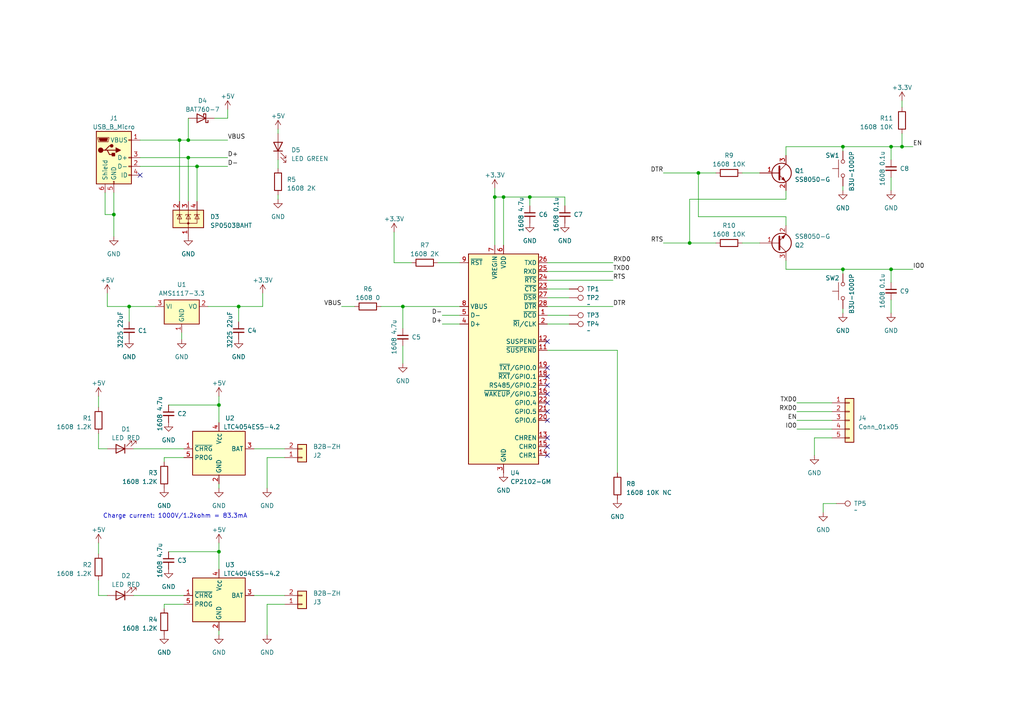
<source format=kicad_sch>
(kicad_sch (version 20230121) (generator eeschema)
  (paper "A4")
  (lib_symbols
    (symbol "Battery_Management:LTC4054ES5-4.2"
      (property "Reference" "U" (at -5.842 6.604 0))
      (property "Value" "LTC4054ES5-4.2" (at 1.524 6.604 0))
      (symbol "LTC4054ES5-4.2_0_1"
        (rectangle (start -7.62 5.08) (end 7.62 -7.62) (stroke (width 0.254)) (fill (type background)))
      )
      (symbol "LTC4054ES5-4.2_1_1"
        (pin open_collector line (at -10.16 0 0) (length 2.54) (name "~{CHRG}") (number "1"))
        (pin power_in line (at 0 -10.16 90) (length 2.54) (name "GND") (number "2"))
        (pin power_out line (at 10.16 0 180) (length 2.54) (name "BAT") (number "3"))
        (pin power_in line (at 0 7.62 270) (length 2.54) (name "V_{CC}") (number "4"))
        (pin bidirectional line (at -10.16 -2.54 0) (length 2.54) (name "PROG") (number "5"))
      )
    )
    (symbol "Connector:TestPoint" (pin_numbers hide) (pin_names (offset 0.762) hide)
      (property "Reference" "TP" (at 0 6.858 0))
      (property "Value" "TestPoint" (at 0 5.08 0))
      (symbol "TestPoint_0_1"
        (circle (center 0 3.302) (radius 0.762))
      )
      (symbol "TestPoint_1_1"
        (pin passive line (at 0 0 90) (length 2.54) (name "1") (number "1"))
      )
    )
    (symbol "Connector:USB_B_Micro" (pin_names (offset 1.016))
      (property "Reference" "J" (at -5.08 11.43 0))
      (property "Value" "USB_B_Micro" (at -5.08 8.89 0))
      (symbol "USB_B_Micro_0_1"
        (rectangle (start -5.08 -7.62) (end 5.08 7.62) (stroke (width 0.254)) (fill (type background)))
        (circle (center -3.81 2.159) (radius 0.635) (stroke (width 0.254)) (fill (type outline)))
        (circle (center -0.635 3.429) (radius 0.381) (stroke (width 0.254)) (fill (type outline)))
        (rectangle (start -0.127 -7.62) (end 0.127 -6.858))
        (polyline (pts (xy -1.905 2.159) (xy 0.635 2.159)) (stroke (width 0.254)))
        (polyline (pts (xy -3.175 2.159) (xy -2.54 2.159) (xy -1.27 3.429) (xy -0.635 3.429)) (stroke (width 0.254)))
        (polyline (pts (xy -2.54 2.159) (xy -1.905 2.159) (xy -1.27 0.889) (xy 0 0.889)) (stroke (width 0.254)))
        (polyline (pts (xy 0.635 2.794) (xy 0.635 1.524) (xy 1.905 2.159) (xy 0.635 2.794)) (stroke (width 0.254)) (fill (type outline)))
        (polyline (pts (xy -4.318 5.588) (xy -1.778 5.588) (xy -2.032 4.826) (xy -4.064 4.826) (xy -4.318 5.588)) (fill (type outline)))
        (polyline (pts (xy -4.699 5.842) (xy -4.699 5.588) (xy -4.445 4.826) (xy -4.445 4.572) (xy -1.651 4.572) (xy -1.651 4.826) (xy -1.397 5.588) (xy -1.397 5.842) (xy -4.699 5.842)))
        (rectangle (start 0.254 1.27) (end -0.508 0.508) (stroke (width 0.254)) (fill (type outline)))
        (rectangle (start 5.08 -5.207) (end 4.318 -4.953))
        (rectangle (start 5.08 -2.667) (end 4.318 -2.413))
        (rectangle (start 5.08 -0.127) (end 4.318 0.127))
        (rectangle (start 5.08 4.953) (end 4.318 5.207))
      )
      (symbol "USB_B_Micro_1_1"
        (pin power_out line (at 7.62 5.08 180) (length 2.54) (name "VBUS") (number "1"))
        (pin bidirectional line (at 7.62 -2.54 180) (length 2.54) (name "D-") (number "2"))
        (pin bidirectional line (at 7.62 0 180) (length 2.54) (name "D+") (number "3"))
        (pin passive line (at 7.62 -5.08 180) (length 2.54) (name "ID") (number "4"))
        (pin power_out line (at 0 -10.16 90) (length 2.54) (name "GND") (number "5"))
        (pin passive line (at -2.54 -10.16 90) (length 2.54) (name "Shield") (number "6"))
      )
    )
    (symbol "Connector_Generic:Conn_01x02" (pin_names (offset 1.016) hide)
      (property "Reference" "J" (at 0 2.54 0))
      (property "Value" "Conn_01x02" (at 0 -5.08 0))
      (symbol "Conn_01x02_1_1"
        (rectangle (start -1.27 -2.413) (end 0 -2.667) (stroke (width 0.1524)))
        (rectangle (start -1.27 0.127) (end 0 -0.127) (stroke (width 0.1524)))
        (rectangle (start -1.27 1.27) (end 1.27 -3.81) (stroke (width 0.254)) (fill (type background)))
        (pin passive line (at -5.08 0 0) (length 3.81) (name "Pin_1") (number "1"))
        (pin passive line (at -5.08 -2.54 0) (length 3.81) (name "Pin_2") (number "2"))
      )
    )
    (symbol "Connector_Generic:Conn_01x05" (pin_names (offset 1.016) hide)
      (property "Reference" "J" (at 0 7.62 0))
      (property "Value" "Conn_01x05" (at 0 -7.62 0))
      (symbol "Conn_01x05_1_1"
        (rectangle (start -1.27 -4.953) (end 0 -5.207) (stroke (width 0.1524)))
        (rectangle (start -1.27 -2.413) (end 0 -2.667) (stroke (width 0.1524)))
        (rectangle (start -1.27 0.127) (end 0 -0.127) (stroke (width 0.1524)))
        (rectangle (start -1.27 2.667) (end 0 2.413) (stroke (width 0.1524)))
        (rectangle (start -1.27 5.207) (end 0 4.953) (stroke (width 0.1524)))
        (rectangle (start -1.27 6.35) (end 1.27 -6.35) (stroke (width 0.254)) (fill (type background)))
        (pin passive line (at -5.08 5.08 0) (length 3.81) (name "Pin_1") (number "1"))
        (pin passive line (at -5.08 2.54 0) (length 3.81) (name "Pin_2") (number "2"))
        (pin passive line (at -5.08 0 0) (length 3.81) (name "Pin_3") (number "3"))
        (pin passive line (at -5.08 -2.54 0) (length 3.81) (name "Pin_4") (number "4"))
        (pin passive line (at -5.08 -5.08 0) (length 3.81) (name "Pin_5") (number "5"))
      )
    )
    (symbol "Device:C_Small" (pin_numbers hide) (pin_names (offset 0.254) hide)
      (property "Reference" "C" (at 0.254 1.778 0))
      (property "Value" "C_Small" (at 0.254 -2.032 0))
      (symbol "C_Small_0_1"
        (polyline (pts (xy -1.524 -0.508) (xy 1.524 -0.508)) (stroke (width 0.3302)))
        (polyline (pts (xy -1.524 0.508) (xy 1.524 0.508)) (stroke (width 0.3048)))
      )
      (symbol "C_Small_1_1"
        (pin passive line (at 0 2.54 270) (length 2.032) (name "~") (number "1"))
        (pin passive line (at 0 -2.54 90) (length 2.032) (name "~") (number "2"))
      )
    )
    (symbol "Device:D_Schottky" (pin_numbers hide) (pin_names (offset 1.016) hide)
      (property "Reference" "D" (at 0 2.54 0))
      (property "Value" "D_Schottky" (at 0 -2.54 0))
      (symbol "D_Schottky_0_1"
        (polyline (pts (xy 1.27 0) (xy -1.27 0)))
        (polyline (pts (xy 1.27 1.27) (xy 1.27 -1.27) (xy -1.27 0) (xy 1.27 1.27)) (stroke (width 0.254)))
        (polyline (pts (xy -1.905 0.635) (xy -1.905 1.27) (xy -1.27 1.27) (xy -1.27 -1.27) (xy -0.635 -1.27) (xy -0.635 -0.635)) (stroke (width 0.254)))
      )
      (symbol "D_Schottky_1_1"
        (pin passive line (at -3.81 0 0) (length 2.54) (name "K") (number "1"))
        (pin passive line (at 3.81 0 180) (length 2.54) (name "A") (number "2"))
      )
    )
    (symbol "Device:LED" (pin_numbers hide) (pin_names (offset 1.016) hide)
      (property "Reference" "D" (at 0 2.54 0))
      (property "Value" "LED" (at 0 -2.54 0))
      (symbol "LED_0_1"
        (polyline (pts (xy -1.27 -1.27) (xy -1.27 1.27)) (stroke (width 0.254)))
        (polyline (pts (xy -1.27 0) (xy 1.27 0)))
        (polyline (pts (xy 1.27 -1.27) (xy 1.27 1.27) (xy -1.27 0) (xy 1.27 -1.27)) (stroke (width 0.254)))
        (polyline (pts (xy -3.048 -0.762) (xy -4.572 -2.286) (xy -3.81 -2.286) (xy -4.572 -2.286) (xy -4.572 -1.524)))
        (polyline (pts (xy -1.778 -0.762) (xy -3.302 -2.286) (xy -2.54 -2.286) (xy -3.302 -2.286) (xy -3.302 -1.524)))
      )
      (symbol "LED_1_1"
        (pin passive line (at -3.81 0 0) (length 2.54) (name "K") (number "1"))
        (pin passive line (at 3.81 0 180) (length 2.54) (name "A") (number "2"))
      )
    )
    (symbol "Device:Q_NPN_BEC" (pin_names (offset 0) hide)
      (property "Reference" "Q" (at 5.08 1.27 0))
      (property "Value" "Q_NPN_BEC" (at 5.08 -1.27 0))
      (symbol "Q_NPN_BEC_0_1"
        (polyline (pts (xy 0.635 0.635) (xy 2.54 2.54)))
        (polyline (pts (xy 0.635 -0.635) (xy 2.54 -2.54) (xy 2.54 -2.54)))
        (polyline (pts (xy 0.635 1.905) (xy 0.635 -1.905) (xy 0.635 -1.905)) (stroke (width 0.508)))
        (polyline (pts (xy 1.27 -1.778) (xy 1.778 -1.27) (xy 2.286 -2.286) (xy 1.27 -1.778) (xy 1.27 -1.778)) (fill (type outline)))
        (circle (center 1.27 0) (radius 2.8194) (stroke (width 0.254)))
      )
      (symbol "Q_NPN_BEC_1_1"
        (pin input line (at -5.08 0 0) (length 5.715) (name "B") (number "1"))
        (pin passive line (at 2.54 -5.08 90) (length 2.54) (name "E") (number "2"))
        (pin passive line (at 2.54 5.08 270) (length 2.54) (name "C") (number "3"))
      )
    )
    (symbol "Device:R" (pin_numbers hide) (pin_names (offset 0))
      (property "Reference" "R" (at 2.032 0 90))
      (property "Value" "R" (at 0 0 90))
      (symbol "R_0_1"
        (rectangle (start -1.016 -2.54) (end 1.016 2.54) (stroke (width 0.254)))
      )
      (symbol "R_1_1"
        (pin passive line (at 0 3.81 270) (length 1.27) (name "~") (number "1"))
        (pin passive line (at 0 -3.81 90) (length 1.27) (name "~") (number "2"))
      )
    )
    (symbol "Interface_USB:CP2102N-Axx-xQFN28"
      (property "Reference" "U" (at -8.89 31.75 0))
      (property "Value" "CP2102N-Axx-xQFN28" (at 12.7 31.75 0))
      (symbol "CP2102N-Axx-xQFN28_0_1"
        (rectangle (start -10.16 30.48) (end 10.16 -30.48) (stroke (width 0.254)) (fill (type background)))
      )
      (symbol "CP2102N-Axx-xQFN28_1_1"
        (pin input line (at 12.7 12.7 180) (length 2.54) (name "~{DCD}") (number "1"))
        (pin no_connect line (at -10.16 -27.94 0) (length 2.54) hide (name "NC") (number "10"))
        (pin output line (at 12.7 2.54 180) (length 2.54) (name "~{SUSPEND}") (number "11"))
        (pin output line (at 12.7 5.08 180) (length 2.54) (name "SUSPEND") (number "12"))
        (pin output line (at 12.7 -22.86 180) (length 2.54) (name "CHREN") (number "13"))
        (pin output line (at 12.7 -27.94 180) (length 2.54) (name "CHR1") (number "14"))
        (pin output line (at 12.7 -25.4 180) (length 2.54) (name "CHR0") (number "15"))
        (pin bidirectional line (at 12.7 -10.16 180) (length 2.54) (name "~{WAKEUP}/GPIO.3") (number "16"))
        (pin bidirectional line (at 12.7 -7.62 180) (length 2.54) (name "RS485/GPIO.2") (number "17"))
        (pin bidirectional line (at 12.7 -5.08 180) (length 2.54) (name "~{RXT}/GPIO.1") (number "18"))
        (pin bidirectional line (at 12.7 -2.54 180) (length 2.54) (name "~{TXT}/GPIO.0") (number "19"))
        (pin bidirectional line (at 12.7 10.16 180) (length 2.54) (name "~{RI}/CLK") (number "2"))
        (pin bidirectional line (at 12.7 -17.78 180) (length 2.54) (name "GPIO.6") (number "20"))
        (pin bidirectional line (at 12.7 -15.24 180) (length 2.54) (name "GPIO.5") (number "21"))
        (pin bidirectional line (at 12.7 -12.7 180) (length 2.54) (name "GPIO.4") (number "22"))
        (pin input line (at 12.7 20.32 180) (length 2.54) (name "~{CTS}") (number "23"))
        (pin output line (at 12.7 22.86 180) (length 2.54) (name "~{RTS}") (number "24"))
        (pin input line (at 12.7 25.4 180) (length 2.54) (name "RXD") (number "25"))
        (pin output line (at 12.7 27.94 180) (length 2.54) (name "TXD") (number "26"))
        (pin input line (at 12.7 17.78 180) (length 2.54) (name "~{DSR}") (number "27"))
        (pin output line (at 12.7 15.24 180) (length 2.54) (name "~{DTR}") (number "28"))
        (pin passive line (at 0 -33.02 90) (length 2.54) hide (name "GND") (number "29"))
        (pin power_in line (at 0 -33.02 90) (length 2.54) (name "GND") (number "3"))
        (pin bidirectional line (at -12.7 10.16 0) (length 2.54) (name "D+") (number "4"))
        (pin bidirectional line (at -12.7 12.7 0) (length 2.54) (name "D-") (number "5"))
        (pin power_in line (at 0 33.02 270) (length 2.54) (name "VDD") (number "6"))
        (pin power_in line (at -2.54 33.02 270) (length 2.54) (name "VREGIN") (number "7"))
        (pin input line (at -12.7 15.24 0) (length 2.54) (name "VBUS") (number "8"))
        (pin input line (at -12.7 27.94 0) (length 2.54) (name "~{RST}") (number "9"))
      )
    )
    (symbol "Power_Protection:SP0503BAHT" (pin_names hide)
      (property "Reference" "D" (at 5.715 2.54 0))
      (property "Value" "SP0503BAHT" (at 5.715 0.635 0))
      (symbol "SP0503BAHT_0_0"
        (pin passive line (at 0 -5.08 90) (length 2.54) (name "A") (number "1"))
      )
      (symbol "SP0503BAHT_0_1"
        (rectangle (start -4.445 2.54) (end 4.445 -2.54) (stroke (width 0.254)) (fill (type background)))
        (circle (center 0 -1.27) (radius 0.254) (fill (type outline)))
        (polyline (pts (xy -2.54 2.54) (xy -2.54 1.27)))
        (polyline (pts (xy 0 -1.27) (xy 0 -2.54)))
        (polyline (pts (xy 0 -1.27) (xy 0 1.27)))
        (polyline (pts (xy 0 2.54) (xy 0 1.27)))
        (polyline (pts (xy 0.635 1.27) (xy 0.762 1.27)))
        (polyline (pts (xy 2.54 2.54) (xy 2.54 1.27)))
        (polyline (pts (xy 0.635 1.27) (xy -0.762 1.27) (xy -0.762 1.016)))
        (polyline (pts (xy -3.302 1.016) (xy -3.302 1.27) (xy -1.905 1.27) (xy -1.778 1.27)))
        (polyline (pts (xy -2.54 1.27) (xy -2.54 -1.27) (xy 2.54 -1.27) (xy 2.54 1.27)))
        (polyline (pts (xy -2.54 1.27) (xy -1.905 0) (xy -3.175 0) (xy -2.54 1.27)))
        (polyline (pts (xy 0.635 0) (xy -0.635 0) (xy 0 1.27) (xy 0.635 0)))
        (polyline (pts (xy 1.778 1.016) (xy 1.778 1.27) (xy 3.175 1.27) (xy 3.302 1.27)))
        (polyline (pts (xy 2.54 1.27) (xy 1.905 0) (xy 3.175 0) (xy 2.54 1.27)))
      )
      (symbol "SP0503BAHT_1_1"
        (pin passive line (at -2.54 5.08 270) (length 2.54) (name "K") (number "2"))
        (pin passive line (at 0 5.08 270) (length 2.54) (name "K") (number "3"))
        (pin passive line (at 2.54 5.08 270) (length 2.54) (name "K") (number "4"))
      )
    )
    (symbol "Regulator_Linear:AMS1117-3.3"
      (property "Reference" "U" (at -3.81 3.175 0))
      (property "Value" "AMS1117-3.3" (at 0 3.175 0))
      (symbol "AMS1117-3.3_0_1"
        (rectangle (start -5.08 -5.08) (end 5.08 1.905) (stroke (width 0.254)) (fill (type background)))
      )
      (symbol "AMS1117-3.3_1_1"
        (pin power_in line (at 0 -7.62 90) (length 2.54) (name "GND") (number "1"))
        (pin power_out line (at 7.62 0 180) (length 2.54) (name "VO") (number "2"))
        (pin power_in line (at -7.62 0 0) (length 2.54) (name "VI") (number "3"))
      )
    )
    (symbol "Switch:SW_Push" (pin_numbers hide) (pin_names (offset 1.016) hide)
      (property "Reference" "SW" (at 1.27 2.54 0))
      (property "Value" "SW_Push" (at 0 -1.524 0))
      (symbol "SW_Push_0_1"
        (circle (center -2.032 0) (radius 0.508))
        (polyline (pts (xy 0 1.27) (xy 0 3.048)))
        (polyline (pts (xy 2.54 1.27) (xy -2.54 1.27)))
        (circle (center 2.032 0) (radius 0.508))
        (pin passive line (at -5.08 0 0) (length 2.54) (name "1") (number "1"))
        (pin passive line (at 5.08 0 180) (length 2.54) (name "2") (number "2"))
      )
    )
    (symbol "power:+3.3V" (power) (pin_names (offset 0))
      (property "Value" "+3.3V" (at 0 3.556 0))
      (symbol "+3.3V_0_1"
        (polyline (pts (xy -0.762 1.27) (xy 0 2.54)))
        (polyline (pts (xy 0 0) (xy 0 2.54)))
        (polyline (pts (xy 0 2.54) (xy 0.762 1.27)))
      )
      (symbol "+3.3V_1_1"
        (pin power_in line (at 0 0 90) (length 0) hide (name "+3.3V") (number "1"))
      )
    )
    (symbol "power:+5V" (power) (pin_names (offset 0))
      (property "Value" "+5V" (at 0 3.556 0))
      (symbol "+5V_0_1"
        (polyline (pts (xy -0.762 1.27) (xy 0 2.54)))
        (polyline (pts (xy 0 0) (xy 0 2.54)))
        (polyline (pts (xy 0 2.54) (xy 0.762 1.27)))
      )
      (symbol "+5V_1_1"
        (pin power_in line (at 0 0 90) (length 0) hide (name "+5V") (number "1"))
      )
    )
    (symbol "power:GND" (power) (pin_names (offset 0))
      (property "Value" "GND" (at 0 -3.81 0))
      (symbol "GND_0_1"
        (polyline (pts (xy 0 0) (xy 0 -1.27) (xy 1.27 -1.27) (xy 0 -2.54) (xy -1.27 -1.27) (xy 0 -1.27)))
      )
      (symbol "GND_1_1"
        (pin power_in line (at 0 0 270) (length 0) hide (name "GND") (number "1"))
      )
    )
  )
  (junction (at 258.445 42.545))
  (junction (at 146.05 57.15))
  (junction (at 57.15 48.26))
  (junction (at 33.02 62.23))
  (junction (at 153.67 57.15))
  (junction (at 258.445 78.105))
  (junction (at 244.475 42.545))
  (junction (at 200.025 70.485))
  (junction (at 244.475 78.105))
  (junction (at 116.84 88.9))
  (junction (at 143.51 57.15))
  (junction (at 63.5 117.475))
  (junction (at 37.465 88.9))
  (junction (at 52.07 40.64))
  (junction (at 54.61 40.64))
  (junction (at 202.565 50.165))
  (junction (at 63.5 160.02))
  (junction (at 261.62 42.545))
  (junction (at 54.61 45.72))
  (junction (at 69.215 88.9))
  (no_connect (at 158.75 114.3))
  (no_connect (at 158.75 116.84))
  (no_connect (at 158.75 111.76))
  (no_connect (at 158.75 109.22))
  (no_connect (at 158.75 129.54))
  (no_connect (at 158.75 121.92))
  (no_connect (at 158.75 106.68))
  (no_connect (at 158.75 99.06))
  (no_connect (at 158.75 127))
  (no_connect (at 158.75 119.38))
  (no_connect (at 158.75 132.08))
  (no_connect (at 40.64 50.8))
  (wire (pts (xy 53.34 175.26) (xy 47.625 175.26)))
  (wire (pts (xy 48.895 160.02) (xy 63.5 160.02)))
  (wire (pts (xy 158.75 83.82) (xy 165.1 83.82)))
  (wire (pts (xy 244.475 42.545) (xy 244.475 43.815)))
  (wire (pts (xy 143.51 57.15) (xy 146.05 57.15)))
  (wire (pts (xy 114.3 67.31) (xy 114.3 76.2)))
  (wire (pts (xy 258.445 42.545) (xy 258.445 46.355)))
  (wire (pts (xy 231.14 121.92) (xy 241.3 121.92)))
  (wire (pts (xy 244.475 89.535) (xy 244.475 90.805)))
  (wire (pts (xy 57.15 48.26) (xy 66.04 48.26)))
  (wire (pts (xy 54.61 40.64) (xy 66.04 40.64)))
  (wire (pts (xy 261.62 38.735) (xy 261.62 42.545)))
  (wire (pts (xy 215.265 50.165) (xy 220.345 50.165)))
  (wire (pts (xy 28.575 114.935) (xy 28.575 118.11)))
  (wire (pts (xy 48.895 117.475) (xy 63.5 117.475)))
  (wire (pts (xy 153.67 57.15) (xy 163.83 57.15)))
  (wire (pts (xy 244.475 53.975) (xy 244.475 55.245)))
  (wire (pts (xy 158.75 78.74) (xy 177.8 78.74)))
  (wire (pts (xy 192.405 50.165) (xy 202.565 50.165)))
  (wire (pts (xy 143.51 57.15) (xy 143.51 71.12)))
  (wire (pts (xy 261.62 29.21) (xy 261.62 31.115)))
  (wire (pts (xy 77.47 175.26) (xy 82.55 175.26)))
  (wire (pts (xy 244.475 78.105) (xy 244.475 79.375)))
  (wire (pts (xy 77.47 132.715) (xy 82.55 132.715)))
  (wire (pts (xy 77.47 184.15) (xy 77.47 175.26)))
  (wire (pts (xy 231.14 116.84) (xy 241.3 116.84)))
  (wire (pts (xy 28.575 130.175) (xy 28.575 125.73)))
  (wire (pts (xy 158.75 88.9) (xy 177.8 88.9)))
  (wire (pts (xy 38.735 130.175) (xy 53.34 130.175)))
  (wire (pts (xy 227.965 62.865) (xy 227.965 65.405)))
  (wire (pts (xy 116.84 100.33) (xy 116.84 105.41)))
  (wire (pts (xy 215.265 70.485) (xy 220.345 70.485)))
  (wire (pts (xy 163.83 57.15) (xy 163.83 59.69)))
  (wire (pts (xy 80.645 46.355) (xy 80.645 48.895)))
  (wire (pts (xy 80.645 56.515) (xy 80.645 57.785)))
  (wire (pts (xy 128.27 93.98) (xy 133.35 93.98)))
  (wire (pts (xy 202.565 62.865) (xy 227.965 62.865)))
  (wire (pts (xy 28.575 172.72) (xy 28.575 168.275)))
  (wire (pts (xy 227.965 42.545) (xy 244.475 42.545)))
  (wire (pts (xy 236.22 132.08) (xy 236.22 127)))
  (wire (pts (xy 66.04 31.75) (xy 66.04 34.29)))
  (wire (pts (xy 261.62 42.545) (xy 264.795 42.545)))
  (wire (pts (xy 244.475 78.105) (xy 258.445 78.105)))
  (wire (pts (xy 80.645 37.465) (xy 80.645 38.735)))
  (wire (pts (xy 258.445 51.435) (xy 258.445 55.245)))
  (wire (pts (xy 258.445 78.105) (xy 264.795 78.105)))
  (wire (pts (xy 110.49 88.9) (xy 116.84 88.9)))
  (wire (pts (xy 231.14 119.38) (xy 241.3 119.38)))
  (wire (pts (xy 158.75 81.28) (xy 177.8 81.28)))
  (wire (pts (xy 227.965 78.105) (xy 244.475 78.105)))
  (wire (pts (xy 52.705 96.52) (xy 52.705 98.425)))
  (wire (pts (xy 116.84 88.9) (xy 133.35 88.9)))
  (wire (pts (xy 73.66 130.175) (xy 82.55 130.175)))
  (wire (pts (xy 238.76 148.59) (xy 238.76 146.05)))
  (wire (pts (xy 231.14 124.46) (xy 241.3 124.46)))
  (wire (pts (xy 244.475 42.545) (xy 258.445 42.545)))
  (wire (pts (xy 53.34 132.715) (xy 47.625 132.715)))
  (wire (pts (xy 116.84 88.9) (xy 116.84 95.25)))
  (wire (pts (xy 63.5 157.48) (xy 63.5 160.02)))
  (wire (pts (xy 158.75 86.36) (xy 165.1 86.36)))
  (wire (pts (xy 30.48 62.23) (xy 33.02 62.23)))
  (wire (pts (xy 40.64 45.72) (xy 54.61 45.72)))
  (wire (pts (xy 47.625 132.715) (xy 47.625 133.985)))
  (wire (pts (xy 31.115 85.09) (xy 31.115 88.9)))
  (wire (pts (xy 238.76 146.05) (xy 242.57 146.05)))
  (wire (pts (xy 158.75 101.6) (xy 179.07 101.6)))
  (wire (pts (xy 179.07 101.6) (xy 179.07 137.16)))
  (wire (pts (xy 28.575 157.48) (xy 28.575 160.655)))
  (wire (pts (xy 73.66 172.72) (xy 82.55 172.72)))
  (wire (pts (xy 63.5 160.02) (xy 63.5 165.1)))
  (wire (pts (xy 63.5 117.475) (xy 63.5 122.555)))
  (wire (pts (xy 202.565 50.165) (xy 207.645 50.165)))
  (wire (pts (xy 77.47 141.605) (xy 77.47 132.715)))
  (wire (pts (xy 54.61 45.72) (xy 66.04 45.72)))
  (wire (pts (xy 128.27 91.44) (xy 133.35 91.44)))
  (wire (pts (xy 31.115 172.72) (xy 28.575 172.72)))
  (wire (pts (xy 114.3 76.2) (xy 119.38 76.2)))
  (wire (pts (xy 40.64 48.26) (xy 57.15 48.26)))
  (wire (pts (xy 258.445 78.105) (xy 258.445 81.915)))
  (wire (pts (xy 99.06 88.9) (xy 102.87 88.9)))
  (wire (pts (xy 69.215 88.9) (xy 60.325 88.9)))
  (wire (pts (xy 200.025 70.485) (xy 207.645 70.485)))
  (wire (pts (xy 54.61 34.29) (xy 54.61 40.64)))
  (wire (pts (xy 158.75 93.98) (xy 165.1 93.98)))
  (wire (pts (xy 37.465 93.345) (xy 37.465 88.9)))
  (wire (pts (xy 227.965 75.565) (xy 227.965 78.105)))
  (wire (pts (xy 200.025 57.785) (xy 200.025 70.485)))
  (wire (pts (xy 143.51 54.61) (xy 143.51 57.15)))
  (wire (pts (xy 37.465 88.9) (xy 45.085 88.9)))
  (wire (pts (xy 153.67 57.15) (xy 153.67 59.69)))
  (wire (pts (xy 227.965 57.785) (xy 200.025 57.785)))
  (wire (pts (xy 52.07 40.64) (xy 40.64 40.64)))
  (wire (pts (xy 76.2 85.09) (xy 76.2 88.9)))
  (wire (pts (xy 202.565 50.165) (xy 202.565 62.865)))
  (wire (pts (xy 63.5 114.935) (xy 63.5 117.475)))
  (wire (pts (xy 227.965 45.085) (xy 227.965 42.545)))
  (wire (pts (xy 227.965 55.245) (xy 227.965 57.785)))
  (wire (pts (xy 52.07 58.42) (xy 52.07 40.64)))
  (wire (pts (xy 57.15 48.26) (xy 57.15 58.42)))
  (wire (pts (xy 158.75 76.2) (xy 177.8 76.2)))
  (wire (pts (xy 63.5 182.88) (xy 63.5 184.15)))
  (wire (pts (xy 52.07 40.64) (xy 54.61 40.64)))
  (wire (pts (xy 38.735 172.72) (xy 53.34 172.72)))
  (wire (pts (xy 30.48 55.88) (xy 30.48 62.23)))
  (wire (pts (xy 146.05 57.15) (xy 146.05 71.12)))
  (wire (pts (xy 258.445 42.545) (xy 261.62 42.545)))
  (wire (pts (xy 63.5 140.335) (xy 63.5 141.605)))
  (wire (pts (xy 31.115 130.175) (xy 28.575 130.175)))
  (wire (pts (xy 127 76.2) (xy 133.35 76.2)))
  (wire (pts (xy 146.05 57.15) (xy 153.67 57.15)))
  (wire (pts (xy 54.61 45.72) (xy 54.61 58.42)))
  (wire (pts (xy 31.115 88.9) (xy 37.465 88.9)))
  (wire (pts (xy 192.405 70.485) (xy 200.025 70.485)))
  (wire (pts (xy 158.75 91.44) (xy 165.1 91.44)))
  (wire (pts (xy 69.215 93.345) (xy 69.215 88.9)))
  (wire (pts (xy 69.215 88.9) (xy 76.2 88.9)))
  (wire (pts (xy 33.02 62.23) (xy 33.02 68.58)))
  (wire (pts (xy 258.445 86.995) (xy 258.445 90.805)))
  (wire (pts (xy 33.02 55.88) (xy 33.02 62.23)))
  (wire (pts (xy 236.22 127) (xy 241.3 127)))
  (wire (pts (xy 47.625 175.26) (xy 47.625 176.53)))
  (wire (pts (xy 66.04 34.29) (xy 62.23 34.29)))
  (text "Charge current: 1000V/1.2kohm = 83.3mA" (at 29.845 150.495 0) (effects (font (size 1.27 1.27)) (justify left bottom)))
  (label "EN" (at 231.14 121.92 180))
  (label "RTS" (at 192.405 70.485 180))
  (label "DTR" (at 177.8 88.9 0))
  (label "VBUS" (at 66.04 40.64 0))
  (label "VBUS" (at 99.06 88.9 180))
  (label "D-" (at 66.04 48.26 0))
  (label "D+" (at 128.27 93.98 180))
  (label "RXD0" (at 231.14 119.38 180))
  (label "DTR" (at 192.405 50.165 180))
  (label "EN" (at 264.795 42.545 0))
  (label "RTS" (at 177.8 81.28 0))
  (label "D+" (at 66.04 45.72 0))
  (label "TXD0" (at 177.8 78.74 0))
  (label "IO0" (at 264.795 78.105 0))
  (label "RXD0" (at 177.8 76.2 0))
  (label "TXD0" (at 231.14 116.84 180))
  (label "D-" (at 128.27 91.44 180))
  (label "IO0" (at 231.14 124.46 180))
  (symbol (lib_id "power:GND") (at 258.445 90.805 0) (unit 1)
    (property "Reference" "#PWR033" (effects hide))
    (property "Value" "GND" (at 258.445 95.885 0))
  )
  (symbol (lib_id "Device:C_Small") (at 163.83 62.23 0) (unit 1)
    (property "Reference" "C7" (at 166.37 62.23 0) (effects (justify left)))
    (property "Value" "1608 0.1u" (at 161.29 67.31 90) (effects (justify left)))
    (property "Footprint" "Capacitor_SMD:C_0603_1608Metric" (effects hide))
  )
  (symbol (lib_id "power:GND") (at 238.76 148.59 0) (unit 1)
    (property "Reference" "#PWR036" (effects hide))
    (property "Value" "GND" (at 238.76 153.67 0))
  )
  (symbol (lib_id "Device:R") (at 179.07 140.97 0) (unit 1)
    (property "Reference" "R8" (at 181.61 140.335 0) (effects (justify left)))
    (property "Value" "1608 10K NC" (at 181.61 142.875 0) (effects (justify left)))
    (property "Footprint" "Resistor_SMD:R_0603_1608Metric" (effects hide))
  )
  (symbol (lib_id "Device:R") (at 106.68 88.9 90) (unit 1)
    (property "Reference" "R6" (at 106.68 83.82 90))
    (property "Value" "1608 0" (at 106.68 86.36 90))
    (property "Footprint" "Resistor_SMD:R_0603_1608Metric" (effects hide))
  )
  (symbol (lib_id "power:GND") (at 52.705 98.425 0) (unit 1)
    (property "Reference" "#PWR010" (effects hide))
    (property "Value" "GND" (at 52.705 103.505 0))
  )
  (symbol (lib_id "Battery_Management:LTC4054ES5-4.2") (at 63.5 130.175 0) (unit 1)
    (property "Reference" "U2" (at 66.675 121.285 0))
    (property "Value" "LTC4054ES5-4.2" (at 73.025 123.825 0))
    (property "Footprint" "Package_TO_SOT_SMD:TSOT-23-5" (effects hide))
    (property "Datasheet" "https://www.analog.com/media/en/technical-documentation/data-sheets/405442xf.pdf" (effects hide))
  )
  (symbol (lib_id "Device:C_Small") (at 258.445 48.895 0) (unit 1)
    (property "Reference" "C8" (at 260.985 48.895 0) (effects (justify left)))
    (property "Value" "1608 0.1u" (at 255.905 53.975 90) (effects (justify left)))
    (property "Footprint" "Capacitor_SMD:C_0603_1608Metric" (effects hide))
  )
  (symbol (lib_id "Device:LED") (at 80.645 42.545 90) (unit 1)
    (property "Reference" "D5" (at 84.455 43.4975 90) (effects (justify right)))
    (property "Value" "LED GREEN" (at 84.455 46.0375 90) (effects (justify right)))
    (property "Footprint" "LED_SMD:LED_0603_1608Metric" (effects hide))
  )
  (symbol (lib_id "power:+5V") (at 28.575 157.48 0) (unit 1)
    (property "Reference" "#PWR02" (effects hide))
    (property "Value" "+5V" (at 28.575 153.67 0))
  )
  (symbol (lib_id "Device:R") (at 28.575 121.92 0) (mirror y) (unit 1)
    (property "Reference" "R1" (at 26.67 121.285 0) (effects (justify left)))
    (property "Value" "1608 1.2K" (at 26.67 123.825 0) (effects (justify left)))
    (property "Footprint" "Resistor_SMD:R_0603_1608Metric" (effects hide))
  )
  (symbol (lib_id "power:GND") (at 48.895 165.1 0) (unit 1)
    (property "Reference" "#PWR09" (effects hide))
    (property "Value" "GND" (at 48.895 170.18 0))
  )
  (symbol (lib_id "Device:R") (at 80.645 52.705 180) (unit 1)
    (property "Reference" "R5" (at 83.185 52.07 0) (effects (justify right)))
    (property "Value" "1608 2K" (at 83.185 54.61 0) (effects (justify right)))
    (property "Footprint" "Resistor_SMD:R_0603_1608Metric" (effects hide))
  )
  (symbol (lib_id "Device:R") (at 211.455 70.485 90) (unit 1)
    (property "Reference" "R10" (at 211.455 65.405 90))
    (property "Value" "1608 10K" (at 211.455 67.945 90))
    (property "Footprint" "Resistor_SMD:R_0603_1608Metric" (effects hide))
  )
  (symbol (lib_id "power:+3.3V") (at 76.2 85.09 0) (unit 1)
    (property "Reference" "#PWR018" (effects hide))
    (property "Value" "+3.3V" (at 76.2 81.28 0))
  )
  (symbol (lib_id "Power_Protection:SP0503BAHT") (at 54.61 63.5 0) (unit 1)
    (property "Reference" "D3" (at 60.96 62.865 0) (effects (justify left)))
    (property "Value" "SP0503BAHT" (at 60.96 65.405 0) (effects (justify left)))
    (property "Footprint" "Package_TO_SOT_SMD:SOT-143" (effects hide))
    (property "Datasheet" "http://www.littelfuse.com/~/media/files/littelfuse/technical%20resources/documents/data%20sheets/sp05xxba.pdf" (effects hide))
  )
  (symbol (lib_id "Connector:TestPoint") (at 165.1 91.44 270) (unit 1)
    (property "Reference" "TP3" (at 170.18 91.44 90) (effects (justify left)))
    (property "Value" "~" (at 170.18 93.345 90) (effects (justify left)))
    (property "Footprint" "TestPoint:TestPoint_Pad_D1.5mm" (effects hide))
  )
  (symbol (lib_id "power:+5V") (at 66.04 31.75 0) (unit 1)
    (property "Reference" "#PWR016" (effects hide))
    (property "Value" "+5V" (at 66.04 27.94 0))
  )
  (symbol (lib_id "power:+5V") (at 80.645 37.465 0) (unit 1)
    (property "Reference" "#PWR021" (effects hide))
    (property "Value" "+5V" (at 80.645 33.655 0))
  )
  (symbol (lib_id "power:+3.3V") (at 114.3 67.31 0) (unit 1)
    (property "Reference" "#PWR023" (effects hide))
    (property "Value" "+3.3V" (at 114.3 63.5 0))
  )
  (symbol (lib_id "power:GND") (at 236.22 132.08 0) (unit 1)
    (property "Reference" "#PWR035" (effects hide))
    (property "Value" "GND" (at 236.22 137.16 0))
  )
  (symbol (lib_id "power:GND") (at 77.47 184.15 0) (unit 1)
    (property "Reference" "#PWR020" (effects hide))
    (property "Value" "GND" (at 77.47 189.23 0))
  )
  (symbol (lib_id "Device:D_Schottky") (at 58.42 34.29 180) (unit 1)
    (property "Reference" "D4" (at 58.7375 29.21 0))
    (property "Value" "BAT760-7" (at 58.7375 31.75 0))
    (property "Footprint" "Diode_SMD:D_SOD-323" (effects hide))
  )
  (symbol (lib_id "Device:Q_NPN_BEC") (at 225.425 70.485 0) (mirror x) (unit 1)
    (property "Reference" "Q2" (at 230.505 71.12 0) (effects (justify left)))
    (property "Value" "SS8050-G" (at 230.505 68.58 0) (effects (justify left)))
    (property "Footprint" "Package_TO_SOT_SMD:SOT-23" (effects hide))
  )
  (symbol (lib_id "Connector:TestPoint") (at 165.1 83.82 270) (unit 1)
    (property "Reference" "TP1" (at 170.18 83.82 90) (effects (justify left)))
    (property "Value" "~" (at 170.18 85.725 90) (effects (justify left)))
    (property "Footprint" "TestPoint:TestPoint_Pad_D1.5mm" (effects hide))
  )
  (symbol (lib_id "power:GND") (at 153.67 64.77 0) (unit 1)
    (property "Reference" "#PWR027" (effects hide))
    (property "Value" "GND" (at 153.67 69.85 0))
  )
  (symbol (lib_id "power:GND") (at 47.625 184.15 0) (unit 1)
    (property "Reference" "#PWR07" (effects hide))
    (property "Value" "GND" (at 47.625 189.23 0))
  )
  (symbol (lib_id "power:GND") (at 116.84 105.41 0) (unit 1)
    (property "Reference" "#PWR024" (effects hide))
    (property "Value" "GND" (at 116.84 110.49 0))
  )
  (symbol (lib_id "Device:LED") (at 34.925 130.175 180) (unit 1)
    (property "Reference" "D1" (at 36.5125 124.46 0))
    (property "Value" "LED RED" (at 36.5125 127 0))
    (property "Footprint" "LED_SMD:LED_0603_1608Metric" (effects hide))
  )
  (symbol (lib_id "Regulator_Linear:AMS1117-3.3") (at 52.705 88.9 0) (unit 1)
    (property "Reference" "U1" (at 52.705 82.55 0))
    (property "Value" "AMS1117-3.3" (at 52.705 85.09 0))
    (property "Footprint" "Package_TO_SOT_SMD:SOT-223-3_TabPin2" (effects hide))
    (property "Datasheet" "http://www.advanced-monolithic.com/pdf/ds1117.pdf" (effects hide))
  )
  (symbol (lib_id "power:GND") (at 163.83 64.77 0) (unit 1)
    (property "Reference" "#PWR028" (effects hide))
    (property "Value" "GND" (at 163.83 69.85 0))
  )
  (symbol (lib_id "Device:C_Small") (at 153.67 62.23 0) (unit 1)
    (property "Reference" "C6" (at 156.21 62.23 0) (effects (justify left)))
    (property "Value" "1608 4.7u" (at 151.13 67.31 90) (effects (justify left)))
    (property "Footprint" "Capacitor_SMD:C_0603_1608Metric" (effects hide))
  )
  (symbol (lib_id "power:GND") (at 69.215 98.425 0) (unit 1)
    (property "Reference" "#PWR017" (effects hide))
    (property "Value" "GND" (at 69.215 103.505 0))
  )
  (symbol (lib_id "power:GND") (at 77.47 141.605 0) (unit 1)
    (property "Reference" "#PWR019" (effects hide))
    (property "Value" "GND" (at 77.47 146.685 0))
  )
  (symbol (lib_id "power:GND") (at 258.445 55.245 0) (unit 1)
    (property "Reference" "#PWR032" (effects hide))
    (property "Value" "GND" (at 258.445 60.325 0))
  )
  (symbol (lib_id "power:GND") (at 63.5 184.15 0) (unit 1)
    (property "Reference" "#PWR015" (effects hide))
    (property "Value" "GND" (at 63.5 189.23 0))
  )
  (symbol (lib_id "Device:C_Small") (at 116.84 97.79 0) (unit 1)
    (property "Reference" "C5" (at 119.38 97.79 0) (effects (justify left)))
    (property "Value" "1608 4.7u" (at 114.3 102.87 90) (effects (justify left)))
    (property "Footprint" "Capacitor_SMD:C_0603_1608Metric" (effects hide))
  )
  (symbol (lib_id "power:+5V") (at 63.5 157.48 0) (unit 1)
    (property "Reference" "#PWR014" (effects hide))
    (property "Value" "+5V" (at 63.5 153.67 0))
  )
  (symbol (lib_id "power:GND") (at 63.5 141.605 0) (unit 1)
    (property "Reference" "#PWR013" (effects hide))
    (property "Value" "GND" (at 63.5 146.685 0))
  )
  (symbol (lib_id "Switch:SW_Push") (at 244.475 48.895 90) (unit 1)
    (property "Reference" "SW1" (at 239.395 45.085 90) (effects (justify right)))
    (property "Value" "B3U-1000P" (at 247.015 43.815 0) (effects (justify right)))
    (property "Footprint" "Button_Switch_SMD:SW_SPST_B3U-1000P" (effects hide))
  )
  (symbol (lib_id "power:GND") (at 33.02 68.58 0) (unit 1)
    (property "Reference" "#PWR04" (effects hide))
    (property "Value" "GND" (at 33.02 73.66 0))
  )
  (symbol (lib_id "Device:LED") (at 34.925 172.72 180) (unit 1)
    (property "Reference" "D2" (at 36.5125 167.005 0))
    (property "Value" "LED RED" (at 36.5125 169.545 0))
    (property "Footprint" "LED_SMD:LED_0603_1608Metric" (effects hide))
  )
  (symbol (lib_id "Device:C_Small") (at 258.445 84.455 0) (unit 1)
    (property "Reference" "C9" (at 260.985 84.455 0) (effects (justify left)))
    (property "Value" "1608 0.1u" (at 255.905 89.535 90) (effects (justify left)))
    (property "Footprint" "Capacitor_SMD:C_0603_1608Metric" (effects hide))
  )
  (symbol (lib_id "Device:C_Small") (at 48.895 162.56 0) (unit 1)
    (property "Reference" "C3" (at 51.435 162.56 0) (effects (justify left)))
    (property "Value" "1608 4.7u" (at 46.355 167.64 90) (effects (justify left)))
    (property "Footprint" "Capacitor_SMD:C_0603_1608Metric" (effects hide))
  )
  (symbol (lib_id "power:+3.3V") (at 261.62 29.21 0) (unit 1)
    (property "Reference" "#PWR034" (effects hide))
    (property "Value" "+3.3V" (at 261.62 25.4 0))
  )
  (symbol (lib_id "Interface_USB:CP2102N-Axx-xQFN28") (at 146.05 104.14 0) (unit 1)
    (property "Reference" "U4" (at 148.0059 137.16 0) (effects (justify left)))
    (property "Value" "CP2102-GM" (at 148.0059 139.7 0) (effects (justify left)))
    (property "Footprint" "Package_DFN_QFN:QFN-28-1EP_5x5mm_P0.5mm_EP3.35x3.35mm" (effects hide))
    (property "Datasheet" "https://www.silabs.com/documents/public/data-sheets/cp2102n-datasheet.pdf" (effects hide))
  )
  (symbol (lib_id "Connector:TestPoint") (at 165.1 93.98 270) (unit 1)
    (property "Reference" "TP4" (at 170.18 93.98 90) (effects (justify left)))
    (property "Value" "~" (at 170.18 95.885 90) (effects (justify left)))
    (property "Footprint" "TestPoint:TestPoint_Pad_D1.5mm" (effects hide))
  )
  (symbol (lib_id "Connector_Generic:Conn_01x05") (at 246.38 121.92 0) (unit 1)
    (property "Reference" "J4" (at 248.92 121.285 0) (effects (justify left)))
    (property "Value" "Conn_01x05" (at 248.92 123.825 0) (effects (justify left)))
    (property "Footprint" "Connector_PinHeader_1.27mm:PinHeader_1x05_P1.27mm_Vertical" (effects hide))
  )
  (symbol (lib_id "power:+5V") (at 63.5 114.935 0) (unit 1)
    (property "Reference" "#PWR012" (effects hide))
    (property "Value" "+5V" (at 63.5 111.125 0))
  )
  (symbol (lib_id "Device:C_Small") (at 48.895 120.015 0) (unit 1)
    (property "Reference" "C2" (at 51.435 120.015 0) (effects (justify left)))
    (property "Value" "1608 4.7u" (at 46.355 125.095 90) (effects (justify left)))
    (property "Footprint" "Capacitor_SMD:C_0603_1608Metric" (effects hide))
  )
  (symbol (lib_id "Device:R") (at 28.575 164.465 0) (mirror y) (unit 1)
    (property "Reference" "R2" (at 26.67 163.83 0) (effects (justify left)))
    (property "Value" "1608 1.2K" (at 26.67 166.37 0) (effects (justify left)))
    (property "Footprint" "Resistor_SMD:R_0603_1608Metric" (effects hide))
  )
  (symbol (lib_id "power:GND") (at 146.05 137.16 0) (unit 1)
    (property "Reference" "#PWR026" (effects hide))
    (property "Value" "GND" (at 146.05 142.24 0))
  )
  (symbol (lib_id "Device:R") (at 47.625 180.34 0) (mirror y) (unit 1)
    (property "Reference" "R4" (at 45.72 179.705 0) (effects (justify left)))
    (property "Value" "1608 1.2K" (at 45.72 182.245 0) (effects (justify left)))
    (property "Footprint" "Resistor_SMD:R_0603_1608Metric" (effects hide))
  )
  (symbol (lib_id "power:GND") (at 179.07 144.78 0) (unit 1)
    (property "Reference" "#PWR029" (effects hide))
    (property "Value" "GND" (at 179.07 149.86 0))
  )
  (symbol (lib_id "Switch:SW_Push") (at 244.475 84.455 90) (unit 1)
    (property "Reference" "SW2" (at 239.395 80.645 90) (effects (justify right)))
    (property "Value" "B3U-1000P" (at 247.015 79.375 0) (effects (justify right)))
    (property "Footprint" "Button_Switch_SMD:SW_SPST_B3U-1000P" (effects hide))
  )
  (symbol (lib_id "Device:C_Small") (at 69.215 95.885 0) (unit 1)
    (property "Reference" "C4" (at 71.755 95.885 0) (effects (justify left)))
    (property "Value" "3225 22uF" (at 66.675 100.965 90) (effects (justify left)))
    (property "Footprint" "Capacitor_SMD:C_1210_3225Metric" (effects hide))
  )
  (symbol (lib_id "Connector:USB_B_Micro") (at 33.02 45.72 0) (unit 1)
    (property "Reference" "J1" (at 33.02 34.29 0))
    (property "Value" "USB_B_Micro" (at 33.02 36.83 0))
    (property "Footprint" "Connector_USB:USB_Micro-B_Molex-105017-0001" (effects hide))
  )
  (symbol (lib_id "Device:R") (at 123.19 76.2 90) (unit 1)
    (property "Reference" "R7" (at 123.19 71.12 90))
    (property "Value" "1608 2K" (at 123.19 73.66 90))
    (property "Footprint" "Resistor_SMD:R_0603_1608Metric" (effects hide))
  )
  (symbol (lib_id "Connector_Generic:Conn_01x02") (at 87.63 132.715 0) (mirror x) (unit 1)
    (property "Reference" "J2" (at 90.805 132.08 0) (effects (justify left)))
    (property "Value" "B2B-ZH" (at 90.805 129.54 0) (effects (justify left)))
    (property "Footprint" "Library:B2B-ZH" (effects hide))
  )
  (symbol (lib_id "power:+3.3V") (at 143.51 54.61 0) (unit 1)
    (property "Reference" "#PWR025" (effects hide))
    (property "Value" "+3.3V" (at 143.51 50.8 0))
  )
  (symbol (lib_id "Connector_Generic:Conn_01x02") (at 87.63 175.26 0) (mirror x) (unit 1)
    (property "Reference" "J3" (at 90.805 174.625 0) (effects (justify left)))
    (property "Value" "B2B-ZH" (at 90.805 172.085 0) (effects (justify left)))
    (property "Footprint" "Library:B2B-ZH" (effects hide))
  )
  (symbol (lib_id "Device:R") (at 211.455 50.165 90) (unit 1)
    (property "Reference" "R9" (at 211.455 45.085 90))
    (property "Value" "1608 10K" (at 211.455 47.625 90))
    (property "Footprint" "Resistor_SMD:R_0603_1608Metric" (effects hide))
  )
  (symbol (lib_id "Battery_Management:LTC4054ES5-4.2") (at 63.5 172.72 0) (unit 1)
    (property "Reference" "U3" (at 66.675 163.83 0))
    (property "Value" "LTC4054ES5-4.2" (at 73.025 166.37 0))
    (property "Footprint" "Package_TO_SOT_SMD:TSOT-23-5" (effects hide))
    (property "Datasheet" "https://www.analog.com/media/en/technical-documentation/data-sheets/405442xf.pdf" (effects hide))
  )
  (symbol (lib_id "Connector:TestPoint") (at 165.1 86.36 270) (unit 1)
    (property "Reference" "TP2" (at 170.18 86.36 90) (effects (justify left)))
    (property "Value" "~" (at 170.18 88.265 90) (effects (justify left)))
    (property "Footprint" "TestPoint:TestPoint_Pad_D1.5mm" (effects hide))
  )
  (symbol (lib_id "power:GND") (at 244.475 90.805 0) (unit 1)
    (property "Reference" "#PWR031" (effects hide))
    (property "Value" "GND" (at 244.475 95.885 0))
  )
  (symbol (lib_id "Device:C_Small") (at 37.465 95.885 0) (unit 1)
    (property "Reference" "C1" (at 40.005 95.885 0) (effects (justify left)))
    (property "Value" "3225 22uF" (at 34.925 100.965 90) (effects (justify left)))
    (property "Footprint" "Capacitor_SMD:C_1210_3225Metric" (effects hide))
  )
  (symbol (lib_id "power:GND") (at 54.61 68.58 0) (unit 1)
    (property "Reference" "#PWR011" (effects hide))
    (property "Value" "GND" (at 54.61 73.66 0))
  )
  (symbol (lib_id "Device:R") (at 47.625 137.795 0) (mirror y) (unit 1)
    (property "Reference" "R3" (at 45.72 137.16 0) (effects (justify left)))
    (property "Value" "1608 1.2K" (at 45.72 139.7 0) (effects (justify left)))
    (property "Footprint" "Resistor_SMD:R_0603_1608Metric" (effects hide))
  )
  (symbol (lib_id "Connector:TestPoint") (at 242.57 146.05 270) (unit 1)
    (property "Reference" "TP5" (at 247.65 146.05 90) (effects (justify left)))
    (property "Value" "~" (at 247.65 147.955 90) (effects (justify left)))
    (property "Footprint" "Connector_PinHeader_2.54mm:PinHeader_1x01_P2.54mm_Vertical" (effects hide))
  )
  (symbol (lib_id "power:+5V") (at 28.575 114.935 0) (unit 1)
    (property "Reference" "#PWR01" (effects hide))
    (property "Value" "+5V" (at 28.575 111.125 0))
  )
  (symbol (lib_id "Device:Q_NPN_BEC") (at 225.425 50.165 0) (unit 1)
    (property "Reference" "Q1" (at 230.505 49.53 0) (effects (justify left)))
    (property "Value" "SS8050-G" (at 230.505 52.07 0) (effects (justify left)))
    (property "Footprint" "Package_TO_SOT_SMD:SOT-23" (effects hide))
  )
  (symbol (lib_id "power:GND") (at 80.645 57.785 0) (unit 1)
    (property "Reference" "#PWR022" (effects hide))
    (property "Value" "GND" (at 80.645 62.865 0))
  )
  (symbol (lib_id "power:GND") (at 47.625 141.605 0) (unit 1)
    (property "Reference" "#PWR06" (effects hide))
    (property "Value" "GND" (at 47.625 146.685 0))
  )
  (symbol (lib_id "power:GND") (at 48.895 122.555 0) (unit 1)
    (property "Reference" "#PWR08" (effects hide))
    (property "Value" "GND" (at 48.895 127.635 0))
  )
  (symbol (lib_id "Device:R") (at 261.62 34.925 0) (mirror y) (unit 1)
    (property "Reference" "R11" (at 259.08 34.29 0) (effects (justify left)))
    (property "Value" "1608 10K" (at 259.08 36.83 0) (effects (justify left)))
    (property "Footprint" "Resistor_SMD:R_0603_1608Metric" (effects hide))
  )
  (symbol (lib_id "power:GND") (at 244.475 55.245 0) (unit 1)
    (property "Reference" "#PWR030" (effects hide))
    (property "Value" "GND" (at 244.475 60.325 0))
  )
  (symbol (lib_id "power:+5V") (at 31.115 85.09 0) (unit 1)
    (property "Reference" "#PWR03" (effects hide))
    (property "Value" "+5V" (at 31.115 81.28 0))
  )
  (symbol (lib_id "power:GND") (at 37.465 98.425 0) (unit 1)
    (property "Reference" "#PWR05" (effects hide))
    (property "Value" "GND" (at 37.465 103.505 0))
  )
)
</source>
